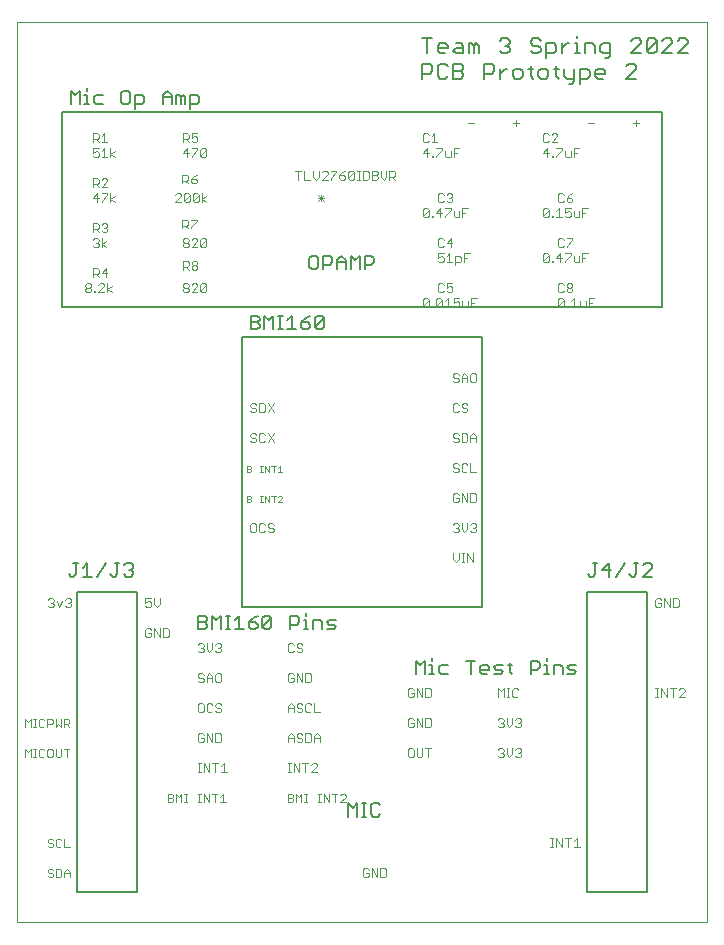
<source format=gto>
G04 EAGLE Gerber RS-274X export*
G75*
%MOMM*%
%FSLAX34Y34*%
%LPD*%
%INSilk top*%
%IPPOS*%
%AMOC8*
5,1,8,0,0,1.08239X$1,22.5*%
G01*
%ADD10C,0.000000*%
%ADD11C,0.152400*%
%ADD12C,0.076200*%
%ADD13C,0.050800*%
%ADD14C,0.127000*%


D10*
X0Y0D02*
X584200Y0D01*
X584200Y762000D01*
X0Y762000D01*
X0Y0D01*
D11*
X50800Y25400D02*
X50800Y279400D01*
X101600Y279400D01*
X101600Y25400D01*
X50800Y25400D01*
X482600Y25400D02*
X482600Y279400D01*
X533400Y279400D01*
X533400Y25400D01*
X482600Y25400D01*
D12*
X27010Y274453D02*
X25781Y273225D01*
X27010Y274453D02*
X29467Y274453D01*
X30696Y273225D01*
X30696Y271996D01*
X29467Y270767D01*
X28238Y270767D01*
X29467Y270767D02*
X30696Y269538D01*
X30696Y268310D01*
X29467Y267081D01*
X27010Y267081D01*
X25781Y268310D01*
X33265Y271996D02*
X35723Y267081D01*
X38180Y271996D01*
X40749Y273225D02*
X41978Y274453D01*
X44435Y274453D01*
X45664Y273225D01*
X45664Y271996D01*
X44435Y270767D01*
X43207Y270767D01*
X44435Y270767D02*
X45664Y269538D01*
X45664Y268310D01*
X44435Y267081D01*
X41978Y267081D01*
X40749Y268310D01*
X108331Y274453D02*
X113246Y274453D01*
X108331Y274453D02*
X108331Y270767D01*
X110788Y271996D01*
X112017Y271996D01*
X113246Y270767D01*
X113246Y268310D01*
X112017Y267081D01*
X109560Y267081D01*
X108331Y268310D01*
X115815Y269538D02*
X115815Y274453D01*
X115815Y269538D02*
X118273Y267081D01*
X120730Y269538D01*
X120730Y274453D01*
X112017Y249053D02*
X113246Y247825D01*
X112017Y249053D02*
X109560Y249053D01*
X108331Y247825D01*
X108331Y242910D01*
X109560Y241681D01*
X112017Y241681D01*
X113246Y242910D01*
X113246Y245367D01*
X110788Y245367D01*
X115815Y241681D02*
X115815Y249053D01*
X120730Y241681D01*
X120730Y249053D01*
X123299Y249053D02*
X123299Y241681D01*
X126985Y241681D01*
X128214Y242910D01*
X128214Y247825D01*
X126985Y249053D01*
X123299Y249053D01*
X543817Y274453D02*
X545046Y273225D01*
X543817Y274453D02*
X541360Y274453D01*
X540131Y273225D01*
X540131Y268310D01*
X541360Y267081D01*
X543817Y267081D01*
X545046Y268310D01*
X545046Y270767D01*
X542588Y270767D01*
X547615Y267081D02*
X547615Y274453D01*
X552530Y267081D01*
X552530Y274453D01*
X555099Y274453D02*
X555099Y267081D01*
X558785Y267081D01*
X560014Y268310D01*
X560014Y273225D01*
X558785Y274453D01*
X555099Y274453D01*
D11*
X347297Y735838D02*
X347297Y748549D01*
X343060Y748549D02*
X351534Y748549D01*
X358275Y735838D02*
X362512Y735838D01*
X358275Y735838D02*
X356157Y737956D01*
X356157Y742193D01*
X358275Y744312D01*
X362512Y744312D01*
X364631Y742193D01*
X364631Y740075D01*
X356157Y740075D01*
X371373Y744312D02*
X375610Y744312D01*
X377728Y742193D01*
X377728Y735838D01*
X371373Y735838D01*
X369254Y737956D01*
X371373Y740075D01*
X377728Y740075D01*
X382351Y735838D02*
X382351Y744312D01*
X384470Y744312D01*
X386588Y742193D01*
X386588Y735838D01*
X386588Y742193D02*
X388707Y744312D01*
X390825Y742193D01*
X390825Y735838D01*
X408546Y746430D02*
X410664Y748549D01*
X414901Y748549D01*
X417020Y746430D01*
X417020Y744312D01*
X414901Y742193D01*
X412783Y742193D01*
X414901Y742193D02*
X417020Y740075D01*
X417020Y737956D01*
X414901Y735838D01*
X410664Y735838D01*
X408546Y737956D01*
X441096Y748549D02*
X443214Y746430D01*
X441096Y748549D02*
X436859Y748549D01*
X434740Y746430D01*
X434740Y744312D01*
X436859Y742193D01*
X441096Y742193D01*
X443214Y740075D01*
X443214Y737956D01*
X441096Y735838D01*
X436859Y735838D01*
X434740Y737956D01*
X447838Y731601D02*
X447838Y744312D01*
X454193Y744312D01*
X456312Y742193D01*
X456312Y737956D01*
X454193Y735838D01*
X447838Y735838D01*
X460935Y735838D02*
X460935Y744312D01*
X460935Y740075D02*
X465172Y744312D01*
X467290Y744312D01*
X471849Y744312D02*
X473968Y744312D01*
X473968Y735838D01*
X476086Y735838D02*
X471849Y735838D01*
X473968Y748549D02*
X473968Y750667D01*
X480581Y744312D02*
X480581Y735838D01*
X480581Y744312D02*
X486936Y744312D01*
X489055Y742193D01*
X489055Y735838D01*
X497915Y731601D02*
X500034Y731601D01*
X502152Y733720D01*
X502152Y744312D01*
X495797Y744312D01*
X493678Y742193D01*
X493678Y737956D01*
X495797Y735838D01*
X502152Y735838D01*
X519873Y735838D02*
X528347Y735838D01*
X519873Y735838D02*
X528347Y744312D01*
X528347Y746430D01*
X526228Y748549D01*
X521991Y748549D01*
X519873Y746430D01*
X532970Y746430D02*
X532970Y737956D01*
X532970Y746430D02*
X535088Y748549D01*
X539325Y748549D01*
X541444Y746430D01*
X541444Y737956D01*
X539325Y735838D01*
X535088Y735838D01*
X532970Y737956D01*
X541444Y746430D01*
X546067Y735838D02*
X554541Y735838D01*
X546067Y735838D02*
X554541Y744312D01*
X554541Y746430D01*
X552423Y748549D01*
X548186Y748549D01*
X546067Y746430D01*
X559164Y735838D02*
X567638Y735838D01*
X559164Y735838D02*
X567638Y744312D01*
X567638Y746430D01*
X565520Y748549D01*
X561283Y748549D01*
X559164Y746430D01*
X343060Y727213D02*
X343060Y714502D01*
X343060Y727213D02*
X349415Y727213D01*
X351534Y725094D01*
X351534Y720857D01*
X349415Y718739D01*
X343060Y718739D01*
X362512Y727213D02*
X364631Y725094D01*
X362512Y727213D02*
X358275Y727213D01*
X356157Y725094D01*
X356157Y716620D01*
X358275Y714502D01*
X362512Y714502D01*
X364631Y716620D01*
X369254Y714502D02*
X369254Y727213D01*
X375610Y727213D01*
X377728Y725094D01*
X377728Y722976D01*
X375610Y720857D01*
X377728Y718739D01*
X377728Y716620D01*
X375610Y714502D01*
X369254Y714502D01*
X369254Y720857D02*
X375610Y720857D01*
X395449Y714502D02*
X395449Y727213D01*
X401804Y727213D01*
X403923Y725094D01*
X403923Y720857D01*
X401804Y718739D01*
X395449Y718739D01*
X408546Y714502D02*
X408546Y722976D01*
X408546Y718739D02*
X412783Y722976D01*
X414901Y722976D01*
X421579Y714502D02*
X425816Y714502D01*
X427934Y716620D01*
X427934Y720857D01*
X425816Y722976D01*
X421579Y722976D01*
X419460Y720857D01*
X419460Y716620D01*
X421579Y714502D01*
X434676Y716620D02*
X434676Y725094D01*
X434676Y716620D02*
X436795Y714502D01*
X436795Y722976D02*
X432558Y722976D01*
X443408Y714502D02*
X447645Y714502D01*
X449763Y716620D01*
X449763Y720857D01*
X447645Y722976D01*
X443408Y722976D01*
X441289Y720857D01*
X441289Y716620D01*
X443408Y714502D01*
X456505Y716620D02*
X456505Y725094D01*
X456505Y716620D02*
X458623Y714502D01*
X458623Y722976D02*
X454386Y722976D01*
X463118Y722976D02*
X463118Y716620D01*
X465236Y714502D01*
X471592Y714502D01*
X471592Y712384D02*
X471592Y722976D01*
X471592Y712384D02*
X469473Y710265D01*
X467355Y710265D01*
X476215Y710265D02*
X476215Y722976D01*
X482571Y722976D01*
X484689Y720857D01*
X484689Y716620D01*
X482571Y714502D01*
X476215Y714502D01*
X491431Y714502D02*
X495668Y714502D01*
X491431Y714502D02*
X489312Y716620D01*
X489312Y720857D01*
X491431Y722976D01*
X495668Y722976D01*
X497786Y720857D01*
X497786Y718739D01*
X489312Y718739D01*
X515507Y714502D02*
X523981Y714502D01*
X515507Y714502D02*
X523981Y722976D01*
X523981Y725094D01*
X521862Y727213D01*
X517625Y727213D01*
X515507Y725094D01*
D12*
X372367Y464953D02*
X373596Y463725D01*
X372367Y464953D02*
X369910Y464953D01*
X368681Y463725D01*
X368681Y462496D01*
X369910Y461267D01*
X372367Y461267D01*
X373596Y460038D01*
X373596Y458810D01*
X372367Y457581D01*
X369910Y457581D01*
X368681Y458810D01*
X376165Y457581D02*
X376165Y462496D01*
X378623Y464953D01*
X381080Y462496D01*
X381080Y457581D01*
X381080Y461267D02*
X376165Y461267D01*
X384878Y464953D02*
X387335Y464953D01*
X384878Y464953D02*
X383649Y463725D01*
X383649Y458810D01*
X384878Y457581D01*
X387335Y457581D01*
X388564Y458810D01*
X388564Y463725D01*
X387335Y464953D01*
X372367Y439553D02*
X373596Y438325D01*
X372367Y439553D02*
X369910Y439553D01*
X368681Y438325D01*
X368681Y433410D01*
X369910Y432181D01*
X372367Y432181D01*
X373596Y433410D01*
X379851Y439553D02*
X381080Y438325D01*
X379851Y439553D02*
X377394Y439553D01*
X376165Y438325D01*
X376165Y437096D01*
X377394Y435867D01*
X379851Y435867D01*
X381080Y434638D01*
X381080Y433410D01*
X379851Y432181D01*
X377394Y432181D01*
X376165Y433410D01*
X372367Y414153D02*
X373596Y412925D01*
X372367Y414153D02*
X369910Y414153D01*
X368681Y412925D01*
X368681Y411696D01*
X369910Y410467D01*
X372367Y410467D01*
X373596Y409238D01*
X373596Y408010D01*
X372367Y406781D01*
X369910Y406781D01*
X368681Y408010D01*
X376165Y406781D02*
X376165Y414153D01*
X376165Y406781D02*
X379851Y406781D01*
X381080Y408010D01*
X381080Y412925D01*
X379851Y414153D01*
X376165Y414153D01*
X383649Y411696D02*
X383649Y406781D01*
X383649Y411696D02*
X386107Y414153D01*
X388564Y411696D01*
X388564Y406781D01*
X388564Y410467D02*
X383649Y410467D01*
X372367Y388753D02*
X373596Y387525D01*
X372367Y388753D02*
X369910Y388753D01*
X368681Y387525D01*
X368681Y386296D01*
X369910Y385067D01*
X372367Y385067D01*
X373596Y383838D01*
X373596Y382610D01*
X372367Y381381D01*
X369910Y381381D01*
X368681Y382610D01*
X379851Y388753D02*
X381080Y387525D01*
X379851Y388753D02*
X377394Y388753D01*
X376165Y387525D01*
X376165Y382610D01*
X377394Y381381D01*
X379851Y381381D01*
X381080Y382610D01*
X383649Y381381D02*
X383649Y388753D01*
X383649Y381381D02*
X388564Y381381D01*
X372367Y363353D02*
X373596Y362125D01*
X372367Y363353D02*
X369910Y363353D01*
X368681Y362125D01*
X368681Y357210D01*
X369910Y355981D01*
X372367Y355981D01*
X373596Y357210D01*
X373596Y359667D01*
X371138Y359667D01*
X376165Y355981D02*
X376165Y363353D01*
X381080Y355981D01*
X381080Y363353D01*
X383649Y363353D02*
X383649Y355981D01*
X387335Y355981D01*
X388564Y357210D01*
X388564Y362125D01*
X387335Y363353D01*
X383649Y363353D01*
X369910Y337953D02*
X368681Y336725D01*
X369910Y337953D02*
X372367Y337953D01*
X373596Y336725D01*
X373596Y335496D01*
X372367Y334267D01*
X371138Y334267D01*
X372367Y334267D02*
X373596Y333038D01*
X373596Y331810D01*
X372367Y330581D01*
X369910Y330581D01*
X368681Y331810D01*
X376165Y333038D02*
X376165Y337953D01*
X376165Y333038D02*
X378623Y330581D01*
X381080Y333038D01*
X381080Y337953D01*
X383649Y336725D02*
X384878Y337953D01*
X387335Y337953D01*
X388564Y336725D01*
X388564Y335496D01*
X387335Y334267D01*
X386107Y334267D01*
X387335Y334267D02*
X388564Y333038D01*
X388564Y331810D01*
X387335Y330581D01*
X384878Y330581D01*
X383649Y331810D01*
X368681Y312553D02*
X368681Y307638D01*
X371138Y305181D01*
X373596Y307638D01*
X373596Y312553D01*
X376165Y305181D02*
X378623Y305181D01*
X377394Y305181D02*
X377394Y312553D01*
X376165Y312553D02*
X378623Y312553D01*
X381155Y312553D02*
X381155Y305181D01*
X386069Y305181D02*
X381155Y312553D01*
X386069Y312553D02*
X386069Y305181D01*
X202146Y438325D02*
X200917Y439553D01*
X198460Y439553D01*
X197231Y438325D01*
X197231Y437096D01*
X198460Y435867D01*
X200917Y435867D01*
X202146Y434638D01*
X202146Y433410D01*
X200917Y432181D01*
X198460Y432181D01*
X197231Y433410D01*
X204715Y432181D02*
X204715Y439553D01*
X204715Y432181D02*
X208401Y432181D01*
X209630Y433410D01*
X209630Y438325D01*
X208401Y439553D01*
X204715Y439553D01*
X212199Y439553D02*
X217114Y432181D01*
X212199Y432181D02*
X217114Y439553D01*
X200917Y414153D02*
X202146Y412925D01*
X200917Y414153D02*
X198460Y414153D01*
X197231Y412925D01*
X197231Y411696D01*
X198460Y410467D01*
X200917Y410467D01*
X202146Y409238D01*
X202146Y408010D01*
X200917Y406781D01*
X198460Y406781D01*
X197231Y408010D01*
X208401Y414153D02*
X209630Y412925D01*
X208401Y414153D02*
X205944Y414153D01*
X204715Y412925D01*
X204715Y408010D01*
X205944Y406781D01*
X208401Y406781D01*
X209630Y408010D01*
X212199Y414153D02*
X217114Y406781D01*
X212199Y406781D02*
X217114Y414153D01*
D13*
X194564Y386847D02*
X194564Y381254D01*
X194564Y386847D02*
X197360Y386847D01*
X198293Y385915D01*
X198293Y384983D01*
X197360Y384050D01*
X198293Y383118D01*
X198293Y382186D01*
X197360Y381254D01*
X194564Y381254D01*
X194564Y384050D02*
X197360Y384050D01*
X205790Y381254D02*
X207654Y381254D01*
X206722Y381254D02*
X206722Y386847D01*
X205790Y386847D02*
X207654Y386847D01*
X209532Y386847D02*
X209532Y381254D01*
X213261Y381254D02*
X209532Y386847D01*
X213261Y386847D02*
X213261Y381254D01*
X217010Y381254D02*
X217010Y386847D01*
X218874Y386847D02*
X215145Y386847D01*
X220758Y384983D02*
X222623Y386847D01*
X222623Y381254D01*
X224487Y381254D02*
X220758Y381254D01*
X194564Y361447D02*
X194564Y355854D01*
X194564Y361447D02*
X197360Y361447D01*
X198293Y360515D01*
X198293Y359583D01*
X197360Y358650D01*
X198293Y357718D01*
X198293Y356786D01*
X197360Y355854D01*
X194564Y355854D01*
X194564Y358650D02*
X197360Y358650D01*
X205790Y355854D02*
X207654Y355854D01*
X206722Y355854D02*
X206722Y361447D01*
X205790Y361447D02*
X207654Y361447D01*
X209532Y361447D02*
X209532Y355854D01*
X213261Y355854D02*
X209532Y361447D01*
X213261Y361447D02*
X213261Y355854D01*
X217010Y355854D02*
X217010Y361447D01*
X218874Y361447D02*
X215145Y361447D01*
X220758Y355854D02*
X224487Y355854D01*
X220758Y355854D02*
X224487Y359583D01*
X224487Y360515D01*
X223555Y361447D01*
X221691Y361447D01*
X220758Y360515D01*
D12*
X200917Y337953D02*
X198460Y337953D01*
X197231Y336725D01*
X197231Y331810D01*
X198460Y330581D01*
X200917Y330581D01*
X202146Y331810D01*
X202146Y336725D01*
X200917Y337953D01*
X208401Y337953D02*
X209630Y336725D01*
X208401Y337953D02*
X205944Y337953D01*
X204715Y336725D01*
X204715Y331810D01*
X205944Y330581D01*
X208401Y330581D01*
X209630Y331810D01*
X215885Y337953D02*
X217114Y336725D01*
X215885Y337953D02*
X213428Y337953D01*
X212199Y336725D01*
X212199Y335496D01*
X213428Y334267D01*
X215885Y334267D01*
X217114Y333038D01*
X217114Y331810D01*
X215885Y330581D01*
X213428Y330581D01*
X212199Y331810D01*
X154010Y236353D02*
X152781Y235125D01*
X154010Y236353D02*
X156467Y236353D01*
X157696Y235125D01*
X157696Y233896D01*
X156467Y232667D01*
X155238Y232667D01*
X156467Y232667D02*
X157696Y231438D01*
X157696Y230210D01*
X156467Y228981D01*
X154010Y228981D01*
X152781Y230210D01*
X160265Y231438D02*
X160265Y236353D01*
X160265Y231438D02*
X162723Y228981D01*
X165180Y231438D01*
X165180Y236353D01*
X167749Y235125D02*
X168978Y236353D01*
X171435Y236353D01*
X172664Y235125D01*
X172664Y233896D01*
X171435Y232667D01*
X170207Y232667D01*
X171435Y232667D02*
X172664Y231438D01*
X172664Y230210D01*
X171435Y228981D01*
X168978Y228981D01*
X167749Y230210D01*
X156467Y160153D02*
X157696Y158925D01*
X156467Y160153D02*
X154010Y160153D01*
X152781Y158925D01*
X152781Y154010D01*
X154010Y152781D01*
X156467Y152781D01*
X157696Y154010D01*
X157696Y156467D01*
X155238Y156467D01*
X160265Y152781D02*
X160265Y160153D01*
X165180Y152781D01*
X165180Y160153D01*
X167749Y160153D02*
X167749Y152781D01*
X171435Y152781D01*
X172664Y154010D01*
X172664Y158925D01*
X171435Y160153D01*
X167749Y160153D01*
X228981Y108845D02*
X228981Y101981D01*
X228981Y108845D02*
X232413Y108845D01*
X233557Y107701D01*
X233557Y106557D01*
X232413Y105413D01*
X233557Y104269D01*
X233557Y103125D01*
X232413Y101981D01*
X228981Y101981D01*
X228981Y105413D02*
X232413Y105413D01*
X235997Y101981D02*
X235997Y108845D01*
X238285Y106557D01*
X240573Y108845D01*
X240573Y101981D01*
X243014Y101981D02*
X245302Y101981D01*
X244158Y101981D02*
X244158Y108845D01*
X243014Y108845D02*
X245302Y108845D01*
X254708Y101981D02*
X256996Y101981D01*
X255852Y101981D02*
X255852Y108845D01*
X254708Y108845D02*
X256996Y108845D01*
X259385Y108845D02*
X259385Y101981D01*
X263961Y101981D02*
X259385Y108845D01*
X263961Y108845D02*
X263961Y101981D01*
X268690Y101981D02*
X268690Y108845D01*
X266402Y108845D02*
X270978Y108845D01*
X273418Y101981D02*
X277994Y101981D01*
X273418Y101981D02*
X277994Y106557D01*
X277994Y107701D01*
X276850Y108845D01*
X274562Y108845D01*
X273418Y107701D01*
X127381Y108845D02*
X127381Y101981D01*
X127381Y108845D02*
X130813Y108845D01*
X131957Y107701D01*
X131957Y106557D01*
X130813Y105413D01*
X131957Y104269D01*
X131957Y103125D01*
X130813Y101981D01*
X127381Y101981D01*
X127381Y105413D02*
X130813Y105413D01*
X134397Y101981D02*
X134397Y108845D01*
X136685Y106557D01*
X138973Y108845D01*
X138973Y101981D01*
X141414Y101981D02*
X143702Y101981D01*
X142558Y101981D02*
X142558Y108845D01*
X141414Y108845D02*
X143702Y108845D01*
X153108Y101981D02*
X155396Y101981D01*
X154252Y101981D02*
X154252Y108845D01*
X153108Y108845D02*
X155396Y108845D01*
X157785Y108845D02*
X157785Y101981D01*
X162361Y101981D02*
X157785Y108845D01*
X162361Y108845D02*
X162361Y101981D01*
X167090Y101981D02*
X167090Y108845D01*
X164802Y108845D02*
X169378Y108845D01*
X171818Y106557D02*
X174106Y108845D01*
X174106Y101981D01*
X171818Y101981D02*
X176394Y101981D01*
X157696Y209725D02*
X156467Y210953D01*
X154010Y210953D01*
X152781Y209725D01*
X152781Y208496D01*
X154010Y207267D01*
X156467Y207267D01*
X157696Y206038D01*
X157696Y204810D01*
X156467Y203581D01*
X154010Y203581D01*
X152781Y204810D01*
X160265Y203581D02*
X160265Y208496D01*
X162723Y210953D01*
X165180Y208496D01*
X165180Y203581D01*
X165180Y207267D02*
X160265Y207267D01*
X168978Y210953D02*
X171435Y210953D01*
X168978Y210953D02*
X167749Y209725D01*
X167749Y204810D01*
X168978Y203581D01*
X171435Y203581D01*
X172664Y204810D01*
X172664Y209725D01*
X171435Y210953D01*
X155238Y127381D02*
X152781Y127381D01*
X154010Y127381D02*
X154010Y134753D01*
X155238Y134753D02*
X152781Y134753D01*
X157770Y134753D02*
X157770Y127381D01*
X162685Y127381D02*
X157770Y134753D01*
X162685Y134753D02*
X162685Y127381D01*
X167712Y127381D02*
X167712Y134753D01*
X165255Y134753D02*
X170169Y134753D01*
X172739Y132296D02*
X175196Y134753D01*
X175196Y127381D01*
X172739Y127381D02*
X177654Y127381D01*
X228981Y127381D02*
X231438Y127381D01*
X230210Y127381D02*
X230210Y134753D01*
X231438Y134753D02*
X228981Y134753D01*
X233970Y134753D02*
X233970Y127381D01*
X238885Y127381D02*
X233970Y134753D01*
X238885Y134753D02*
X238885Y127381D01*
X243912Y127381D02*
X243912Y134753D01*
X241455Y134753D02*
X246369Y134753D01*
X248939Y127381D02*
X253854Y127381D01*
X248939Y127381D02*
X253854Y132296D01*
X253854Y133525D01*
X252625Y134753D01*
X250167Y134753D01*
X248939Y133525D01*
X156467Y185553D02*
X154010Y185553D01*
X152781Y184325D01*
X152781Y179410D01*
X154010Y178181D01*
X156467Y178181D01*
X157696Y179410D01*
X157696Y184325D01*
X156467Y185553D01*
X163951Y185553D02*
X165180Y184325D01*
X163951Y185553D02*
X161494Y185553D01*
X160265Y184325D01*
X160265Y179410D01*
X161494Y178181D01*
X163951Y178181D01*
X165180Y179410D01*
X171435Y185553D02*
X172664Y184325D01*
X171435Y185553D02*
X168978Y185553D01*
X167749Y184325D01*
X167749Y183096D01*
X168978Y181867D01*
X171435Y181867D01*
X172664Y180638D01*
X172664Y179410D01*
X171435Y178181D01*
X168978Y178181D01*
X167749Y179410D01*
X228981Y157696D02*
X228981Y152781D01*
X228981Y157696D02*
X231438Y160153D01*
X233896Y157696D01*
X233896Y152781D01*
X233896Y156467D02*
X228981Y156467D01*
X240151Y160153D02*
X241380Y158925D01*
X240151Y160153D02*
X237694Y160153D01*
X236465Y158925D01*
X236465Y157696D01*
X237694Y156467D01*
X240151Y156467D01*
X241380Y155238D01*
X241380Y154010D01*
X240151Y152781D01*
X237694Y152781D01*
X236465Y154010D01*
X243949Y152781D02*
X243949Y160153D01*
X243949Y152781D02*
X247635Y152781D01*
X248864Y154010D01*
X248864Y158925D01*
X247635Y160153D01*
X243949Y160153D01*
X251433Y157696D02*
X251433Y152781D01*
X251433Y157696D02*
X253891Y160153D01*
X256348Y157696D01*
X256348Y152781D01*
X256348Y156467D02*
X251433Y156467D01*
X228981Y178181D02*
X228981Y183096D01*
X231438Y185553D01*
X233896Y183096D01*
X233896Y178181D01*
X233896Y181867D02*
X228981Y181867D01*
X240151Y185553D02*
X241380Y184325D01*
X240151Y185553D02*
X237694Y185553D01*
X236465Y184325D01*
X236465Y183096D01*
X237694Y181867D01*
X240151Y181867D01*
X241380Y180638D01*
X241380Y179410D01*
X240151Y178181D01*
X237694Y178181D01*
X236465Y179410D01*
X247635Y185553D02*
X248864Y184325D01*
X247635Y185553D02*
X245178Y185553D01*
X243949Y184325D01*
X243949Y179410D01*
X245178Y178181D01*
X247635Y178181D01*
X248864Y179410D01*
X251433Y178181D02*
X251433Y185553D01*
X251433Y178181D02*
X256348Y178181D01*
X233896Y209725D02*
X232667Y210953D01*
X230210Y210953D01*
X228981Y209725D01*
X228981Y204810D01*
X230210Y203581D01*
X232667Y203581D01*
X233896Y204810D01*
X233896Y207267D01*
X231438Y207267D01*
X236465Y203581D02*
X236465Y210953D01*
X241380Y203581D01*
X241380Y210953D01*
X243949Y210953D02*
X243949Y203581D01*
X247635Y203581D01*
X248864Y204810D01*
X248864Y209725D01*
X247635Y210953D01*
X243949Y210953D01*
X233896Y235125D02*
X232667Y236353D01*
X230210Y236353D01*
X228981Y235125D01*
X228981Y230210D01*
X230210Y228981D01*
X232667Y228981D01*
X233896Y230210D01*
X240151Y236353D02*
X241380Y235125D01*
X240151Y236353D02*
X237694Y236353D01*
X236465Y235125D01*
X236465Y233896D01*
X237694Y232667D01*
X240151Y232667D01*
X241380Y231438D01*
X241380Y230210D01*
X240151Y228981D01*
X237694Y228981D01*
X236465Y230210D01*
X406781Y198253D02*
X406781Y190881D01*
X409238Y195796D02*
X406781Y198253D01*
X409238Y195796D02*
X411696Y198253D01*
X411696Y190881D01*
X414265Y190881D02*
X416723Y190881D01*
X415494Y190881D02*
X415494Y198253D01*
X414265Y198253D02*
X416723Y198253D01*
X422941Y198253D02*
X424169Y197025D01*
X422941Y198253D02*
X420483Y198253D01*
X419255Y197025D01*
X419255Y192110D01*
X420483Y190881D01*
X422941Y190881D01*
X424169Y192110D01*
X408010Y172853D02*
X406781Y171625D01*
X408010Y172853D02*
X410467Y172853D01*
X411696Y171625D01*
X411696Y170396D01*
X410467Y169167D01*
X409238Y169167D01*
X410467Y169167D02*
X411696Y167938D01*
X411696Y166710D01*
X410467Y165481D01*
X408010Y165481D01*
X406781Y166710D01*
X414265Y167938D02*
X414265Y172853D01*
X414265Y167938D02*
X416723Y165481D01*
X419180Y167938D01*
X419180Y172853D01*
X421749Y171625D02*
X422978Y172853D01*
X425435Y172853D01*
X426664Y171625D01*
X426664Y170396D01*
X425435Y169167D01*
X424207Y169167D01*
X425435Y169167D02*
X426664Y167938D01*
X426664Y166710D01*
X425435Y165481D01*
X422978Y165481D01*
X421749Y166710D01*
X408010Y147453D02*
X406781Y146225D01*
X408010Y147453D02*
X410467Y147453D01*
X411696Y146225D01*
X411696Y144996D01*
X410467Y143767D01*
X409238Y143767D01*
X410467Y143767D02*
X411696Y142538D01*
X411696Y141310D01*
X410467Y140081D01*
X408010Y140081D01*
X406781Y141310D01*
X414265Y142538D02*
X414265Y147453D01*
X414265Y142538D02*
X416723Y140081D01*
X419180Y142538D01*
X419180Y147453D01*
X421749Y146225D02*
X422978Y147453D01*
X425435Y147453D01*
X426664Y146225D01*
X426664Y144996D01*
X425435Y143767D01*
X424207Y143767D01*
X425435Y143767D02*
X426664Y142538D01*
X426664Y141310D01*
X425435Y140081D01*
X422978Y140081D01*
X421749Y141310D01*
X334267Y147453D02*
X331810Y147453D01*
X330581Y146225D01*
X330581Y141310D01*
X331810Y140081D01*
X334267Y140081D01*
X335496Y141310D01*
X335496Y146225D01*
X334267Y147453D01*
X338065Y147453D02*
X338065Y141310D01*
X339294Y140081D01*
X341751Y140081D01*
X342980Y141310D01*
X342980Y147453D01*
X348007Y147453D02*
X348007Y140081D01*
X345549Y147453D02*
X350464Y147453D01*
X335496Y171625D02*
X334267Y172853D01*
X331810Y172853D01*
X330581Y171625D01*
X330581Y166710D01*
X331810Y165481D01*
X334267Y165481D01*
X335496Y166710D01*
X335496Y169167D01*
X333038Y169167D01*
X338065Y165481D02*
X338065Y172853D01*
X342980Y165481D01*
X342980Y172853D01*
X345549Y172853D02*
X345549Y165481D01*
X349235Y165481D01*
X350464Y166710D01*
X350464Y171625D01*
X349235Y172853D01*
X345549Y172853D01*
X335496Y197025D02*
X334267Y198253D01*
X331810Y198253D01*
X330581Y197025D01*
X330581Y192110D01*
X331810Y190881D01*
X334267Y190881D01*
X335496Y192110D01*
X335496Y194567D01*
X333038Y194567D01*
X338065Y190881D02*
X338065Y198253D01*
X342980Y190881D01*
X342980Y198253D01*
X345549Y198253D02*
X345549Y190881D01*
X349235Y190881D01*
X350464Y192110D01*
X350464Y197025D01*
X349235Y198253D01*
X345549Y198253D01*
X296167Y45853D02*
X297396Y44625D01*
X296167Y45853D02*
X293710Y45853D01*
X292481Y44625D01*
X292481Y39710D01*
X293710Y38481D01*
X296167Y38481D01*
X297396Y39710D01*
X297396Y42167D01*
X294938Y42167D01*
X299965Y38481D02*
X299965Y45853D01*
X304880Y38481D01*
X304880Y45853D01*
X307449Y45853D02*
X307449Y38481D01*
X311135Y38481D01*
X312364Y39710D01*
X312364Y44625D01*
X311135Y45853D01*
X307449Y45853D01*
X259296Y611210D02*
X254381Y616125D01*
X254381Y611210D02*
X259296Y616125D01*
X259296Y613667D02*
X254381Y613667D01*
X256838Y611210D02*
X256838Y616125D01*
D11*
X393700Y495300D02*
X393700Y266700D01*
X393700Y495300D02*
X190500Y495300D01*
X190500Y266700D01*
X393700Y266700D01*
D14*
X197485Y502285D02*
X197485Y513725D01*
X203205Y513725D01*
X205112Y511818D01*
X205112Y509912D01*
X203205Y508005D01*
X205112Y506098D01*
X205112Y504192D01*
X203205Y502285D01*
X197485Y502285D01*
X197485Y508005D02*
X203205Y508005D01*
X209179Y502285D02*
X209179Y513725D01*
X212992Y509912D01*
X216805Y513725D01*
X216805Y502285D01*
X220873Y502285D02*
X224686Y502285D01*
X222780Y502285D02*
X222780Y513725D01*
X224686Y513725D02*
X220873Y513725D01*
X228669Y509912D02*
X232482Y513725D01*
X232482Y502285D01*
X228669Y502285D02*
X236295Y502285D01*
X244176Y511818D02*
X247989Y513725D01*
X244176Y511818D02*
X240363Y508005D01*
X240363Y504192D01*
X242270Y502285D01*
X246083Y502285D01*
X247989Y504192D01*
X247989Y506098D01*
X246083Y508005D01*
X240363Y508005D01*
X252057Y504192D02*
X252057Y511818D01*
X253963Y513725D01*
X257777Y513725D01*
X259683Y511818D01*
X259683Y504192D01*
X257777Y502285D01*
X253963Y502285D01*
X252057Y504192D01*
X259683Y511818D01*
X280035Y100975D02*
X280035Y89535D01*
X283848Y97162D02*
X280035Y100975D01*
X283848Y97162D02*
X287662Y100975D01*
X287662Y89535D01*
X291729Y89535D02*
X295542Y89535D01*
X293636Y89535D02*
X293636Y100975D01*
X295542Y100975D02*
X291729Y100975D01*
X305245Y100975D02*
X307151Y99068D01*
X305245Y100975D02*
X301432Y100975D01*
X299525Y99068D01*
X299525Y91442D01*
X301432Y89535D01*
X305245Y89535D01*
X307151Y91442D01*
X153035Y248285D02*
X153035Y259725D01*
X158755Y259725D01*
X160662Y257818D01*
X160662Y255912D01*
X158755Y254005D01*
X160662Y252098D01*
X160662Y250192D01*
X158755Y248285D01*
X153035Y248285D01*
X153035Y254005D02*
X158755Y254005D01*
X164729Y248285D02*
X164729Y259725D01*
X168542Y255912D01*
X172355Y259725D01*
X172355Y248285D01*
X176423Y248285D02*
X180236Y248285D01*
X178330Y248285D02*
X178330Y259725D01*
X180236Y259725D02*
X176423Y259725D01*
X184219Y255912D02*
X188032Y259725D01*
X188032Y248285D01*
X184219Y248285D02*
X191845Y248285D01*
X199726Y257818D02*
X203539Y259725D01*
X199726Y257818D02*
X195913Y254005D01*
X195913Y250192D01*
X197820Y248285D01*
X201633Y248285D01*
X203539Y250192D01*
X203539Y252098D01*
X201633Y254005D01*
X195913Y254005D01*
X207607Y250192D02*
X207607Y257818D01*
X209513Y259725D01*
X213327Y259725D01*
X215233Y257818D01*
X215233Y250192D01*
X213327Y248285D01*
X209513Y248285D01*
X207607Y250192D01*
X215233Y257818D01*
X230995Y259725D02*
X230995Y248285D01*
X230995Y259725D02*
X236715Y259725D01*
X238621Y257818D01*
X238621Y254005D01*
X236715Y252098D01*
X230995Y252098D01*
X242689Y255912D02*
X244595Y255912D01*
X244595Y248285D01*
X242689Y248285D02*
X246502Y248285D01*
X244595Y259725D02*
X244595Y261631D01*
X250485Y255912D02*
X250485Y248285D01*
X250485Y255912D02*
X256205Y255912D01*
X258111Y254005D01*
X258111Y248285D01*
X262179Y248285D02*
X267899Y248285D01*
X269805Y250192D01*
X267899Y252098D01*
X264085Y252098D01*
X262179Y254005D01*
X264085Y255912D01*
X269805Y255912D01*
X337185Y221625D02*
X337185Y210185D01*
X340998Y217812D02*
X337185Y221625D01*
X340998Y217812D02*
X344812Y221625D01*
X344812Y210185D01*
X348879Y217812D02*
X350786Y217812D01*
X350786Y210185D01*
X352692Y210185D02*
X348879Y210185D01*
X350786Y221625D02*
X350786Y223531D01*
X358582Y217812D02*
X364301Y217812D01*
X358582Y217812D02*
X356675Y215905D01*
X356675Y212092D01*
X358582Y210185D01*
X364301Y210185D01*
X383876Y210185D02*
X383876Y221625D01*
X380063Y221625D02*
X387689Y221625D01*
X393663Y210185D02*
X397477Y210185D01*
X393663Y210185D02*
X391757Y212092D01*
X391757Y215905D01*
X393663Y217812D01*
X397477Y217812D01*
X399383Y215905D01*
X399383Y213998D01*
X391757Y213998D01*
X403451Y210185D02*
X409171Y210185D01*
X411077Y212092D01*
X409171Y213998D01*
X405357Y213998D01*
X403451Y215905D01*
X405357Y217812D01*
X411077Y217812D01*
X417051Y219718D02*
X417051Y212092D01*
X418958Y210185D01*
X418958Y217812D02*
X415145Y217812D01*
X434635Y221625D02*
X434635Y210185D01*
X434635Y221625D02*
X440355Y221625D01*
X442261Y219718D01*
X442261Y215905D01*
X440355Y213998D01*
X434635Y213998D01*
X446329Y217812D02*
X448235Y217812D01*
X448235Y210185D01*
X446329Y210185D02*
X450142Y210185D01*
X448235Y221625D02*
X448235Y223531D01*
X454125Y217812D02*
X454125Y210185D01*
X454125Y217812D02*
X459845Y217812D01*
X461751Y215905D01*
X461751Y210185D01*
X465819Y210185D02*
X471539Y210185D01*
X473445Y212092D01*
X471539Y213998D01*
X467725Y213998D01*
X465819Y215905D01*
X467725Y217812D01*
X473445Y217812D01*
D11*
X546100Y520700D02*
X38100Y520700D01*
X546100Y520700D02*
X546100Y685800D01*
X38100Y685800D01*
X38100Y520700D01*
D14*
X45085Y692785D02*
X45085Y704225D01*
X48898Y700412D01*
X52712Y704225D01*
X52712Y692785D01*
X56779Y700412D02*
X58686Y700412D01*
X58686Y692785D01*
X60592Y692785D02*
X56779Y692785D01*
X58686Y704225D02*
X58686Y706131D01*
X66482Y700412D02*
X72201Y700412D01*
X66482Y700412D02*
X64575Y698505D01*
X64575Y694692D01*
X66482Y692785D01*
X72201Y692785D01*
X89870Y704225D02*
X93683Y704225D01*
X89870Y704225D02*
X87963Y702318D01*
X87963Y694692D01*
X89870Y692785D01*
X93683Y692785D01*
X95589Y694692D01*
X95589Y702318D01*
X93683Y704225D01*
X99657Y700412D02*
X99657Y688972D01*
X99657Y700412D02*
X105377Y700412D01*
X107283Y698505D01*
X107283Y694692D01*
X105377Y692785D01*
X99657Y692785D01*
X123045Y692785D02*
X123045Y700412D01*
X126858Y704225D01*
X130671Y700412D01*
X130671Y692785D01*
X130671Y698505D02*
X123045Y698505D01*
X134739Y700412D02*
X134739Y692785D01*
X134739Y700412D02*
X136645Y700412D01*
X138552Y698505D01*
X138552Y692785D01*
X138552Y698505D02*
X140459Y700412D01*
X142365Y698505D01*
X142365Y692785D01*
X146433Y688972D02*
X146433Y700412D01*
X152153Y700412D01*
X154059Y698505D01*
X154059Y694692D01*
X152153Y692785D01*
X146433Y692785D01*
D12*
X6731Y172345D02*
X6731Y165481D01*
X9019Y170057D02*
X6731Y172345D01*
X9019Y170057D02*
X11307Y172345D01*
X11307Y165481D01*
X13747Y165481D02*
X16035Y165481D01*
X14891Y165481D02*
X14891Y172345D01*
X13747Y172345D02*
X16035Y172345D01*
X21857Y172345D02*
X23001Y171201D01*
X21857Y172345D02*
X19569Y172345D01*
X18425Y171201D01*
X18425Y166625D01*
X19569Y165481D01*
X21857Y165481D01*
X23001Y166625D01*
X25441Y165481D02*
X25441Y172345D01*
X28873Y172345D01*
X30017Y171201D01*
X30017Y168913D01*
X28873Y167769D01*
X25441Y167769D01*
X32458Y165481D02*
X32458Y172345D01*
X34746Y167769D02*
X32458Y165481D01*
X34746Y167769D02*
X37034Y165481D01*
X37034Y172345D01*
X39474Y172345D02*
X39474Y165481D01*
X39474Y172345D02*
X42906Y172345D01*
X44050Y171201D01*
X44050Y168913D01*
X42906Y167769D01*
X39474Y167769D01*
X41762Y167769D02*
X44050Y165481D01*
X6731Y146945D02*
X6731Y140081D01*
X9019Y144657D02*
X6731Y146945D01*
X9019Y144657D02*
X11307Y146945D01*
X11307Y140081D01*
X13747Y140081D02*
X16035Y140081D01*
X14891Y140081D02*
X14891Y146945D01*
X13747Y146945D02*
X16035Y146945D01*
X21857Y146945D02*
X23001Y145801D01*
X21857Y146945D02*
X19569Y146945D01*
X18425Y145801D01*
X18425Y141225D01*
X19569Y140081D01*
X21857Y140081D01*
X23001Y141225D01*
X26585Y146945D02*
X28873Y146945D01*
X26585Y146945D02*
X25441Y145801D01*
X25441Y141225D01*
X26585Y140081D01*
X28873Y140081D01*
X30017Y141225D01*
X30017Y145801D01*
X28873Y146945D01*
X32458Y146945D02*
X32458Y141225D01*
X33602Y140081D01*
X35890Y140081D01*
X37034Y141225D01*
X37034Y146945D01*
X41762Y146945D02*
X41762Y140081D01*
X39474Y146945D02*
X44050Y146945D01*
X29213Y70745D02*
X30357Y69601D01*
X29213Y70745D02*
X26925Y70745D01*
X25781Y69601D01*
X25781Y68457D01*
X26925Y67313D01*
X29213Y67313D01*
X30357Y66169D01*
X30357Y65025D01*
X29213Y63881D01*
X26925Y63881D01*
X25781Y65025D01*
X36229Y70745D02*
X37373Y69601D01*
X36229Y70745D02*
X33941Y70745D01*
X32797Y69601D01*
X32797Y65025D01*
X33941Y63881D01*
X36229Y63881D01*
X37373Y65025D01*
X39814Y63881D02*
X39814Y70745D01*
X39814Y63881D02*
X44390Y63881D01*
X29213Y45345D02*
X30357Y44201D01*
X29213Y45345D02*
X26925Y45345D01*
X25781Y44201D01*
X25781Y43057D01*
X26925Y41913D01*
X29213Y41913D01*
X30357Y40769D01*
X30357Y39625D01*
X29213Y38481D01*
X26925Y38481D01*
X25781Y39625D01*
X32797Y38481D02*
X32797Y45345D01*
X32797Y38481D02*
X36229Y38481D01*
X37373Y39625D01*
X37373Y44201D01*
X36229Y45345D01*
X32797Y45345D01*
X39814Y43057D02*
X39814Y38481D01*
X39814Y43057D02*
X42102Y45345D01*
X44390Y43057D01*
X44390Y38481D01*
X44390Y41913D02*
X39814Y41913D01*
X451231Y63881D02*
X453688Y63881D01*
X452460Y63881D02*
X452460Y71253D01*
X453688Y71253D02*
X451231Y71253D01*
X456220Y71253D02*
X456220Y63881D01*
X461135Y63881D02*
X456220Y71253D01*
X461135Y71253D02*
X461135Y63881D01*
X466162Y63881D02*
X466162Y71253D01*
X463705Y71253D02*
X468619Y71253D01*
X471189Y68796D02*
X473646Y71253D01*
X473646Y63881D01*
X471189Y63881D02*
X476104Y63881D01*
X540131Y190881D02*
X542588Y190881D01*
X541360Y190881D02*
X541360Y198253D01*
X542588Y198253D02*
X540131Y198253D01*
X545120Y198253D02*
X545120Y190881D01*
X550035Y190881D02*
X545120Y198253D01*
X550035Y198253D02*
X550035Y190881D01*
X555062Y190881D02*
X555062Y198253D01*
X552605Y198253D02*
X557519Y198253D01*
X560089Y190881D02*
X565004Y190881D01*
X560089Y190881D02*
X565004Y195796D01*
X565004Y197025D01*
X563775Y198253D01*
X561317Y198253D01*
X560089Y197025D01*
X525996Y677167D02*
X521081Y677167D01*
X523538Y674710D02*
X523538Y679625D01*
X487896Y677167D02*
X482981Y677167D01*
X424396Y677167D02*
X419481Y677167D01*
X421938Y674710D02*
X421938Y679625D01*
X386296Y677167D02*
X381381Y677167D01*
X359667Y617353D02*
X360896Y616125D01*
X359667Y617353D02*
X357210Y617353D01*
X355981Y616125D01*
X355981Y611210D01*
X357210Y609981D01*
X359667Y609981D01*
X360896Y611210D01*
X363465Y616125D02*
X364694Y617353D01*
X367151Y617353D01*
X368380Y616125D01*
X368380Y614896D01*
X367151Y613667D01*
X365923Y613667D01*
X367151Y613667D02*
X368380Y612438D01*
X368380Y611210D01*
X367151Y609981D01*
X364694Y609981D01*
X363465Y611210D01*
X343281Y603425D02*
X343281Y598510D01*
X343281Y603425D02*
X344510Y604653D01*
X346967Y604653D01*
X348196Y603425D01*
X348196Y598510D01*
X346967Y597281D01*
X344510Y597281D01*
X343281Y598510D01*
X348196Y603425D01*
X350765Y598510D02*
X350765Y597281D01*
X350765Y598510D02*
X351994Y598510D01*
X351994Y597281D01*
X350765Y597281D01*
X358193Y597281D02*
X358193Y604653D01*
X354507Y600967D01*
X359422Y600967D01*
X361991Y604653D02*
X366906Y604653D01*
X366906Y603425D01*
X361991Y598510D01*
X361991Y597281D01*
X369476Y598510D02*
X369476Y602196D01*
X369476Y598510D02*
X370704Y597281D01*
X374390Y597281D01*
X374390Y602196D01*
X376960Y604653D02*
X376960Y597281D01*
X376960Y604653D02*
X381875Y604653D01*
X379417Y600967D02*
X376960Y600967D01*
X448567Y668153D02*
X449796Y666925D01*
X448567Y668153D02*
X446110Y668153D01*
X444881Y666925D01*
X444881Y662010D01*
X446110Y660781D01*
X448567Y660781D01*
X449796Y662010D01*
X452365Y660781D02*
X457280Y660781D01*
X452365Y660781D02*
X457280Y665696D01*
X457280Y666925D01*
X456051Y668153D01*
X453594Y668153D01*
X452365Y666925D01*
X448567Y655453D02*
X448567Y648081D01*
X444881Y651767D02*
X448567Y655453D01*
X449796Y651767D02*
X444881Y651767D01*
X452365Y649310D02*
X452365Y648081D01*
X452365Y649310D02*
X453594Y649310D01*
X453594Y648081D01*
X452365Y648081D01*
X456107Y655453D02*
X461022Y655453D01*
X461022Y654225D01*
X456107Y649310D01*
X456107Y648081D01*
X463591Y649310D02*
X463591Y652996D01*
X463591Y649310D02*
X464820Y648081D01*
X468506Y648081D01*
X468506Y652996D01*
X471076Y655453D02*
X471076Y648081D01*
X471076Y655453D02*
X475990Y655453D01*
X473533Y651767D02*
X471076Y651767D01*
X348196Y666925D02*
X346967Y668153D01*
X344510Y668153D01*
X343281Y666925D01*
X343281Y662010D01*
X344510Y660781D01*
X346967Y660781D01*
X348196Y662010D01*
X350765Y665696D02*
X353223Y668153D01*
X353223Y660781D01*
X355680Y660781D02*
X350765Y660781D01*
X346967Y655453D02*
X346967Y648081D01*
X343281Y651767D02*
X346967Y655453D01*
X348196Y651767D02*
X343281Y651767D01*
X350765Y649310D02*
X350765Y648081D01*
X350765Y649310D02*
X351994Y649310D01*
X351994Y648081D01*
X350765Y648081D01*
X354507Y655453D02*
X359422Y655453D01*
X359422Y654225D01*
X354507Y649310D01*
X354507Y648081D01*
X361991Y649310D02*
X361991Y652996D01*
X361991Y649310D02*
X363220Y648081D01*
X366906Y648081D01*
X366906Y652996D01*
X369476Y655453D02*
X369476Y648081D01*
X369476Y655453D02*
X374390Y655453D01*
X371933Y651767D02*
X369476Y651767D01*
X461267Y541153D02*
X462496Y539925D01*
X461267Y541153D02*
X458810Y541153D01*
X457581Y539925D01*
X457581Y535010D01*
X458810Y533781D01*
X461267Y533781D01*
X462496Y535010D01*
X465065Y539925D02*
X466294Y541153D01*
X468751Y541153D01*
X469980Y539925D01*
X469980Y538696D01*
X468751Y537467D01*
X469980Y536238D01*
X469980Y535010D01*
X468751Y533781D01*
X466294Y533781D01*
X465065Y535010D01*
X465065Y536238D01*
X466294Y537467D01*
X465065Y538696D01*
X465065Y539925D01*
X466294Y537467D02*
X468751Y537467D01*
X457581Y527225D02*
X457581Y522310D01*
X457581Y527225D02*
X458810Y528453D01*
X461267Y528453D01*
X462496Y527225D01*
X462496Y522310D01*
X461267Y521081D01*
X458810Y521081D01*
X457581Y522310D01*
X462496Y527225D01*
X465065Y522310D02*
X465065Y521081D01*
X465065Y522310D02*
X466294Y522310D01*
X466294Y521081D01*
X465065Y521081D01*
X468807Y525996D02*
X471265Y528453D01*
X471265Y521081D01*
X473722Y521081D02*
X468807Y521081D01*
X476291Y522310D02*
X476291Y525996D01*
X476291Y522310D02*
X477520Y521081D01*
X481206Y521081D01*
X481206Y525996D01*
X483776Y528453D02*
X483776Y521081D01*
X483776Y528453D02*
X488690Y528453D01*
X486233Y524767D02*
X483776Y524767D01*
X462496Y578025D02*
X461267Y579253D01*
X458810Y579253D01*
X457581Y578025D01*
X457581Y573110D01*
X458810Y571881D01*
X461267Y571881D01*
X462496Y573110D01*
X465065Y579253D02*
X469980Y579253D01*
X469980Y578025D01*
X465065Y573110D01*
X465065Y571881D01*
X444881Y565325D02*
X444881Y560410D01*
X444881Y565325D02*
X446110Y566553D01*
X448567Y566553D01*
X449796Y565325D01*
X449796Y560410D01*
X448567Y559181D01*
X446110Y559181D01*
X444881Y560410D01*
X449796Y565325D01*
X452365Y560410D02*
X452365Y559181D01*
X452365Y560410D02*
X453594Y560410D01*
X453594Y559181D01*
X452365Y559181D01*
X459793Y559181D02*
X459793Y566553D01*
X456107Y562867D01*
X461022Y562867D01*
X463591Y566553D02*
X468506Y566553D01*
X468506Y565325D01*
X463591Y560410D01*
X463591Y559181D01*
X471076Y560410D02*
X471076Y564096D01*
X471076Y560410D02*
X472304Y559181D01*
X475990Y559181D01*
X475990Y564096D01*
X478560Y566553D02*
X478560Y559181D01*
X478560Y566553D02*
X483475Y566553D01*
X481017Y562867D02*
X478560Y562867D01*
X360896Y578025D02*
X359667Y579253D01*
X357210Y579253D01*
X355981Y578025D01*
X355981Y573110D01*
X357210Y571881D01*
X359667Y571881D01*
X360896Y573110D01*
X367151Y571881D02*
X367151Y579253D01*
X363465Y575567D01*
X368380Y575567D01*
X360896Y566553D02*
X355981Y566553D01*
X355981Y562867D01*
X358438Y564096D01*
X359667Y564096D01*
X360896Y562867D01*
X360896Y560410D01*
X359667Y559181D01*
X357210Y559181D01*
X355981Y560410D01*
X363465Y564096D02*
X365923Y566553D01*
X365923Y559181D01*
X368380Y559181D02*
X363465Y559181D01*
X370949Y556724D02*
X370949Y564096D01*
X374635Y564096D01*
X375864Y562867D01*
X375864Y560410D01*
X374635Y559181D01*
X370949Y559181D01*
X378433Y559181D02*
X378433Y566553D01*
X383348Y566553D01*
X380891Y562867D02*
X378433Y562867D01*
X359667Y541153D02*
X360896Y539925D01*
X359667Y541153D02*
X357210Y541153D01*
X355981Y539925D01*
X355981Y535010D01*
X357210Y533781D01*
X359667Y533781D01*
X360896Y535010D01*
X363465Y541153D02*
X368380Y541153D01*
X363465Y541153D02*
X363465Y537467D01*
X365923Y538696D01*
X367151Y538696D01*
X368380Y537467D01*
X368380Y535010D01*
X367151Y533781D01*
X364694Y533781D01*
X363465Y535010D01*
X343281Y527225D02*
X343281Y522310D01*
X343281Y527225D02*
X344510Y528453D01*
X346967Y528453D01*
X348196Y527225D01*
X348196Y522310D01*
X346967Y521081D01*
X344510Y521081D01*
X343281Y522310D01*
X348196Y527225D01*
X350765Y522310D02*
X350765Y521081D01*
X350765Y522310D02*
X351994Y522310D01*
X351994Y521081D01*
X350765Y521081D01*
X354507Y522310D02*
X354507Y527225D01*
X355736Y528453D01*
X358193Y528453D01*
X359422Y527225D01*
X359422Y522310D01*
X358193Y521081D01*
X355736Y521081D01*
X354507Y522310D01*
X359422Y527225D01*
X361991Y525996D02*
X364449Y528453D01*
X364449Y521081D01*
X366906Y521081D02*
X361991Y521081D01*
X369476Y528453D02*
X374390Y528453D01*
X369476Y528453D02*
X369476Y524767D01*
X371933Y525996D01*
X373162Y525996D01*
X374390Y524767D01*
X374390Y522310D01*
X373162Y521081D01*
X370704Y521081D01*
X369476Y522310D01*
X376960Y522310D02*
X376960Y525996D01*
X376960Y522310D02*
X378188Y521081D01*
X381875Y521081D01*
X381875Y525996D01*
X384444Y528453D02*
X384444Y521081D01*
X384444Y528453D02*
X389359Y528453D01*
X386901Y524767D02*
X384444Y524767D01*
X462496Y616125D02*
X461267Y617353D01*
X458810Y617353D01*
X457581Y616125D01*
X457581Y611210D01*
X458810Y609981D01*
X461267Y609981D01*
X462496Y611210D01*
X467523Y616125D02*
X469980Y617353D01*
X467523Y616125D02*
X465065Y613667D01*
X465065Y611210D01*
X466294Y609981D01*
X468751Y609981D01*
X469980Y611210D01*
X469980Y612438D01*
X468751Y613667D01*
X465065Y613667D01*
X444881Y603425D02*
X444881Y598510D01*
X444881Y603425D02*
X446110Y604653D01*
X448567Y604653D01*
X449796Y603425D01*
X449796Y598510D01*
X448567Y597281D01*
X446110Y597281D01*
X444881Y598510D01*
X449796Y603425D01*
X452365Y598510D02*
X452365Y597281D01*
X452365Y598510D02*
X453594Y598510D01*
X453594Y597281D01*
X452365Y597281D01*
X456107Y602196D02*
X458565Y604653D01*
X458565Y597281D01*
X461022Y597281D02*
X456107Y597281D01*
X463591Y604653D02*
X468506Y604653D01*
X463591Y604653D02*
X463591Y600967D01*
X466049Y602196D01*
X467278Y602196D01*
X468506Y600967D01*
X468506Y598510D01*
X467278Y597281D01*
X464820Y597281D01*
X463591Y598510D01*
X471076Y598510D02*
X471076Y602196D01*
X471076Y598510D02*
X472304Y597281D01*
X475990Y597281D01*
X475990Y602196D01*
X478560Y604653D02*
X478560Y597281D01*
X478560Y604653D02*
X483475Y604653D01*
X481017Y600967D02*
X478560Y600967D01*
D14*
X45672Y292735D02*
X43765Y294642D01*
X45672Y292735D02*
X47578Y292735D01*
X49485Y294642D01*
X49485Y304175D01*
X47578Y304175D02*
X51392Y304175D01*
X55459Y300362D02*
X59272Y304175D01*
X59272Y292735D01*
X55459Y292735D02*
X63086Y292735D01*
X67153Y292735D02*
X74779Y304175D01*
X78847Y294642D02*
X80754Y292735D01*
X82660Y292735D01*
X84567Y294642D01*
X84567Y304175D01*
X86473Y304175D02*
X82660Y304175D01*
X90541Y302268D02*
X92448Y304175D01*
X96261Y304175D01*
X98167Y302268D01*
X98167Y300362D01*
X96261Y298455D01*
X94354Y298455D01*
X96261Y298455D02*
X98167Y296548D01*
X98167Y294642D01*
X96261Y292735D01*
X92448Y292735D01*
X90541Y294642D01*
X483235Y294642D02*
X485142Y292735D01*
X487048Y292735D01*
X488955Y294642D01*
X488955Y304175D01*
X487048Y304175D02*
X490862Y304175D01*
X500649Y304175D02*
X500649Y292735D01*
X494929Y298455D02*
X500649Y304175D01*
X502555Y298455D02*
X494929Y298455D01*
X506623Y292735D02*
X514249Y304175D01*
X518317Y294642D02*
X520224Y292735D01*
X522130Y292735D01*
X524037Y294642D01*
X524037Y304175D01*
X525943Y304175D02*
X522130Y304175D01*
X530011Y292735D02*
X537637Y292735D01*
X530011Y292735D02*
X537637Y300362D01*
X537637Y302268D01*
X535731Y304175D01*
X531918Y304175D01*
X530011Y302268D01*
D12*
X140081Y552831D02*
X140081Y560203D01*
X143767Y560203D01*
X144996Y558975D01*
X144996Y556517D01*
X143767Y555288D01*
X140081Y555288D01*
X142538Y555288D02*
X144996Y552831D01*
X147565Y558975D02*
X148794Y560203D01*
X151251Y560203D01*
X152480Y558975D01*
X152480Y557746D01*
X151251Y556517D01*
X152480Y555288D01*
X152480Y554060D01*
X151251Y552831D01*
X148794Y552831D01*
X147565Y554060D01*
X147565Y555288D01*
X148794Y556517D01*
X147565Y557746D01*
X147565Y558975D01*
X148794Y556517D02*
X151251Y556517D01*
X141310Y541153D02*
X140081Y539925D01*
X141310Y541153D02*
X143767Y541153D01*
X144996Y539925D01*
X144996Y538696D01*
X143767Y537467D01*
X144996Y536238D01*
X144996Y535010D01*
X143767Y533781D01*
X141310Y533781D01*
X140081Y535010D01*
X140081Y536238D01*
X141310Y537467D01*
X140081Y538696D01*
X140081Y539925D01*
X141310Y537467D02*
X143767Y537467D01*
X147565Y533781D02*
X152480Y533781D01*
X147565Y533781D02*
X152480Y538696D01*
X152480Y539925D01*
X151251Y541153D01*
X148794Y541153D01*
X147565Y539925D01*
X155049Y539925D02*
X155049Y535010D01*
X155049Y539925D02*
X156278Y541153D01*
X158735Y541153D01*
X159964Y539925D01*
X159964Y535010D01*
X158735Y533781D01*
X156278Y533781D01*
X155049Y535010D01*
X159964Y539925D01*
X63881Y660781D02*
X63881Y668153D01*
X67567Y668153D01*
X68796Y666925D01*
X68796Y664467D01*
X67567Y663238D01*
X63881Y663238D01*
X66338Y663238D02*
X68796Y660781D01*
X71365Y665696D02*
X73823Y668153D01*
X73823Y660781D01*
X76280Y660781D02*
X71365Y660781D01*
X68796Y655453D02*
X63881Y655453D01*
X63881Y651767D01*
X66338Y652996D01*
X67567Y652996D01*
X68796Y651767D01*
X68796Y649310D01*
X67567Y648081D01*
X65110Y648081D01*
X63881Y649310D01*
X71365Y652996D02*
X73823Y655453D01*
X73823Y648081D01*
X76280Y648081D02*
X71365Y648081D01*
X78849Y648081D02*
X78849Y655453D01*
X78849Y650538D02*
X82535Y648081D01*
X78849Y650538D02*
X82535Y652996D01*
X63881Y630053D02*
X63881Y622681D01*
X63881Y630053D02*
X67567Y630053D01*
X68796Y628825D01*
X68796Y626367D01*
X67567Y625138D01*
X63881Y625138D01*
X66338Y625138D02*
X68796Y622681D01*
X71365Y622681D02*
X76280Y622681D01*
X71365Y622681D02*
X76280Y627596D01*
X76280Y628825D01*
X75051Y630053D01*
X72594Y630053D01*
X71365Y628825D01*
X67567Y617353D02*
X67567Y609981D01*
X63881Y613667D02*
X67567Y617353D01*
X68796Y613667D02*
X63881Y613667D01*
X71365Y617353D02*
X76280Y617353D01*
X76280Y616125D01*
X71365Y611210D01*
X71365Y609981D01*
X78849Y609981D02*
X78849Y617353D01*
X78849Y612438D02*
X82535Y609981D01*
X78849Y612438D02*
X82535Y614896D01*
X63881Y591953D02*
X63881Y584581D01*
X63881Y591953D02*
X67567Y591953D01*
X68796Y590725D01*
X68796Y588267D01*
X67567Y587038D01*
X63881Y587038D01*
X66338Y587038D02*
X68796Y584581D01*
X71365Y590725D02*
X72594Y591953D01*
X75051Y591953D01*
X76280Y590725D01*
X76280Y589496D01*
X75051Y588267D01*
X73823Y588267D01*
X75051Y588267D02*
X76280Y587038D01*
X76280Y585810D01*
X75051Y584581D01*
X72594Y584581D01*
X71365Y585810D01*
X65110Y579253D02*
X63881Y578025D01*
X65110Y579253D02*
X67567Y579253D01*
X68796Y578025D01*
X68796Y576796D01*
X67567Y575567D01*
X66338Y575567D01*
X67567Y575567D02*
X68796Y574338D01*
X68796Y573110D01*
X67567Y571881D01*
X65110Y571881D01*
X63881Y573110D01*
X71365Y571881D02*
X71365Y579253D01*
X71365Y574338D02*
X75051Y571881D01*
X71365Y574338D02*
X75051Y576796D01*
X63881Y553853D02*
X63881Y546481D01*
X63881Y553853D02*
X67567Y553853D01*
X68796Y552625D01*
X68796Y550167D01*
X67567Y548938D01*
X63881Y548938D01*
X66338Y548938D02*
X68796Y546481D01*
X75051Y546481D02*
X75051Y553853D01*
X71365Y550167D01*
X76280Y550167D01*
X58760Y541153D02*
X57531Y539925D01*
X58760Y541153D02*
X61217Y541153D01*
X62446Y539925D01*
X62446Y538696D01*
X61217Y537467D01*
X62446Y536238D01*
X62446Y535010D01*
X61217Y533781D01*
X58760Y533781D01*
X57531Y535010D01*
X57531Y536238D01*
X58760Y537467D01*
X57531Y538696D01*
X57531Y539925D01*
X58760Y537467D02*
X61217Y537467D01*
X65015Y535010D02*
X65015Y533781D01*
X65015Y535010D02*
X66244Y535010D01*
X66244Y533781D01*
X65015Y533781D01*
X68757Y533781D02*
X73672Y533781D01*
X68757Y533781D02*
X73672Y538696D01*
X73672Y539925D01*
X72443Y541153D01*
X69986Y541153D01*
X68757Y539925D01*
X76241Y541153D02*
X76241Y533781D01*
X76241Y536238D02*
X79928Y533781D01*
X76241Y536238D02*
X79928Y538696D01*
X140081Y660781D02*
X140081Y668153D01*
X143767Y668153D01*
X144996Y666925D01*
X144996Y664467D01*
X143767Y663238D01*
X140081Y663238D01*
X142538Y663238D02*
X144996Y660781D01*
X147565Y668153D02*
X152480Y668153D01*
X147565Y668153D02*
X147565Y664467D01*
X150023Y665696D01*
X151251Y665696D01*
X152480Y664467D01*
X152480Y662010D01*
X151251Y660781D01*
X148794Y660781D01*
X147565Y662010D01*
X143767Y655453D02*
X143767Y648081D01*
X140081Y651767D02*
X143767Y655453D01*
X144996Y651767D02*
X140081Y651767D01*
X147565Y655453D02*
X152480Y655453D01*
X152480Y654225D01*
X147565Y649310D01*
X147565Y648081D01*
X155049Y649310D02*
X155049Y654225D01*
X156278Y655453D01*
X158735Y655453D01*
X159964Y654225D01*
X159964Y649310D01*
X158735Y648081D01*
X156278Y648081D01*
X155049Y649310D01*
X159964Y654225D01*
X139781Y633053D02*
X139781Y625681D01*
X139781Y633053D02*
X143467Y633053D01*
X144696Y631825D01*
X144696Y629367D01*
X143467Y628138D01*
X139781Y628138D01*
X142238Y628138D02*
X144696Y625681D01*
X149723Y631825D02*
X152180Y633053D01*
X149723Y631825D02*
X147265Y629367D01*
X147265Y626910D01*
X148494Y625681D01*
X150951Y625681D01*
X152180Y626910D01*
X152180Y628138D01*
X150951Y629367D01*
X147265Y629367D01*
X138646Y609981D02*
X133731Y609981D01*
X138646Y614896D01*
X138646Y616125D01*
X137417Y617353D01*
X134960Y617353D01*
X133731Y616125D01*
X141215Y616125D02*
X141215Y611210D01*
X141215Y616125D02*
X142444Y617353D01*
X144901Y617353D01*
X146130Y616125D01*
X146130Y611210D01*
X144901Y609981D01*
X142444Y609981D01*
X141215Y611210D01*
X146130Y616125D01*
X148699Y616125D02*
X148699Y611210D01*
X148699Y616125D02*
X149928Y617353D01*
X152385Y617353D01*
X153614Y616125D01*
X153614Y611210D01*
X152385Y609981D01*
X149928Y609981D01*
X148699Y611210D01*
X153614Y616125D01*
X156183Y617353D02*
X156183Y609981D01*
X156183Y612438D02*
X159870Y609981D01*
X156183Y612438D02*
X159870Y614896D01*
X139781Y594953D02*
X139781Y587581D01*
X139781Y594953D02*
X143467Y594953D01*
X144696Y593725D01*
X144696Y591267D01*
X143467Y590038D01*
X139781Y590038D01*
X142238Y590038D02*
X144696Y587581D01*
X147265Y594953D02*
X152180Y594953D01*
X152180Y593725D01*
X147265Y588810D01*
X147265Y587581D01*
X141310Y579253D02*
X140081Y578025D01*
X141310Y579253D02*
X143767Y579253D01*
X144996Y578025D01*
X144996Y576796D01*
X143767Y575567D01*
X144996Y574338D01*
X144996Y573110D01*
X143767Y571881D01*
X141310Y571881D01*
X140081Y573110D01*
X140081Y574338D01*
X141310Y575567D01*
X140081Y576796D01*
X140081Y578025D01*
X141310Y575567D02*
X143767Y575567D01*
X147565Y571881D02*
X152480Y571881D01*
X147565Y571881D02*
X152480Y576796D01*
X152480Y578025D01*
X151251Y579253D01*
X148794Y579253D01*
X147565Y578025D01*
X155049Y578025D02*
X155049Y573110D01*
X155049Y578025D02*
X156278Y579253D01*
X158735Y579253D01*
X159964Y578025D01*
X159964Y573110D01*
X158735Y571881D01*
X156278Y571881D01*
X155049Y573110D01*
X159964Y578025D01*
D14*
X249176Y564525D02*
X252989Y564525D01*
X249176Y564525D02*
X247269Y562618D01*
X247269Y554992D01*
X249176Y553085D01*
X252989Y553085D01*
X254896Y554992D01*
X254896Y562618D01*
X252989Y564525D01*
X258963Y564525D02*
X258963Y553085D01*
X258963Y564525D02*
X264683Y564525D01*
X266589Y562618D01*
X266589Y558805D01*
X264683Y556898D01*
X258963Y556898D01*
X270657Y553085D02*
X270657Y560712D01*
X274470Y564525D01*
X278283Y560712D01*
X278283Y553085D01*
X278283Y558805D02*
X270657Y558805D01*
X282351Y553085D02*
X282351Y564525D01*
X286164Y560712D01*
X289977Y564525D01*
X289977Y553085D01*
X294045Y553085D02*
X294045Y564525D01*
X299765Y564525D01*
X301671Y562618D01*
X301671Y558805D01*
X299765Y556898D01*
X294045Y556898D01*
D12*
X237788Y629031D02*
X237788Y636403D01*
X235331Y636403D02*
X240246Y636403D01*
X242815Y636403D02*
X242815Y629031D01*
X247730Y629031D01*
X250299Y631488D02*
X250299Y636403D01*
X250299Y631488D02*
X252757Y629031D01*
X255214Y631488D01*
X255214Y636403D01*
X257783Y629031D02*
X262698Y629031D01*
X257783Y629031D02*
X262698Y633946D01*
X262698Y635175D01*
X261470Y636403D01*
X259012Y636403D01*
X257783Y635175D01*
X265268Y636403D02*
X270182Y636403D01*
X270182Y635175D01*
X265268Y630260D01*
X265268Y629031D01*
X275209Y635175D02*
X277667Y636403D01*
X275209Y635175D02*
X272752Y632717D01*
X272752Y630260D01*
X273980Y629031D01*
X276438Y629031D01*
X277667Y630260D01*
X277667Y631488D01*
X276438Y632717D01*
X272752Y632717D01*
X280236Y630260D02*
X280236Y635175D01*
X281465Y636403D01*
X283922Y636403D01*
X285151Y635175D01*
X285151Y630260D01*
X283922Y629031D01*
X281465Y629031D01*
X280236Y630260D01*
X285151Y635175D01*
X287720Y629031D02*
X290178Y629031D01*
X288949Y629031D02*
X288949Y636403D01*
X287720Y636403D02*
X290178Y636403D01*
X292710Y636403D02*
X292710Y629031D01*
X296396Y629031D01*
X297624Y630260D01*
X297624Y635175D01*
X296396Y636403D01*
X292710Y636403D01*
X300194Y636403D02*
X300194Y629031D01*
X300194Y636403D02*
X303880Y636403D01*
X305109Y635175D01*
X305109Y633946D01*
X303880Y632717D01*
X305109Y631488D01*
X305109Y630260D01*
X303880Y629031D01*
X300194Y629031D01*
X300194Y632717D02*
X303880Y632717D01*
X307678Y631488D02*
X307678Y636403D01*
X307678Y631488D02*
X310135Y629031D01*
X312593Y631488D01*
X312593Y636403D01*
X315162Y636403D02*
X315162Y629031D01*
X315162Y636403D02*
X318848Y636403D01*
X320077Y635175D01*
X320077Y632717D01*
X318848Y631488D01*
X315162Y631488D01*
X317619Y631488D02*
X320077Y629031D01*
M02*

</source>
